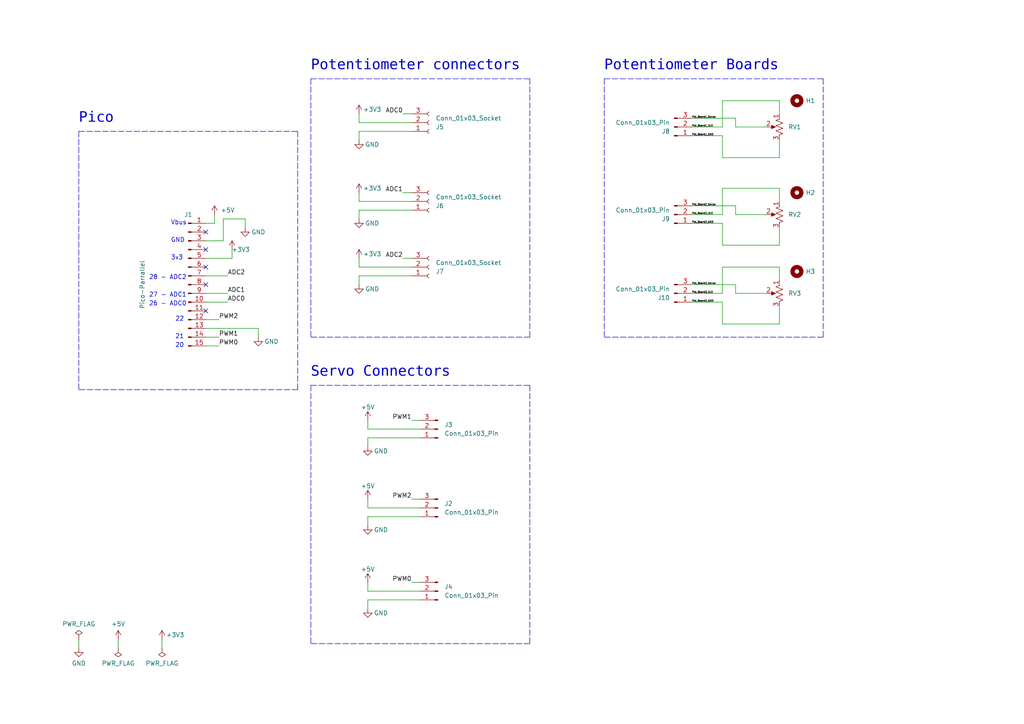
<source format=kicad_sch>
(kicad_sch (version 20230121) (generator eeschema)
  (paper "A4")
  (title_block (title "Robot Arm Pico Wing") (date "2023-12-10") (rev "v1") (company "Liam Howell"))
  (lib_symbols
    (symbol "Connector:Conn_01x03_Pin" (pin_names (offset 1.016) hide)
      (property "Reference" "J" (at 0 5.08 0))
      (property "Value" "Conn_01x03_Pin" (at 0 -5.08 0))
      (symbol "Conn_01x03_Pin_1_1"
        (polyline (pts (xy 1.27 -2.54) (xy 0.8636 -2.54)) (stroke (width 0.1524)))
        (polyline (pts (xy 1.27 0) (xy 0.8636 0)) (stroke (width 0.1524)))
        (polyline (pts (xy 1.27 2.54) (xy 0.8636 2.54)) (stroke (width 0.1524)))
        (rectangle (start 0.8636 -2.413) (end 0 -2.667) (stroke (width 0.1524)) (fill (type outline)))
        (rectangle (start 0.8636 0.127) (end 0 -0.127) (stroke (width 0.1524)) (fill (type outline)))
        (rectangle (start 0.8636 2.667) (end 0 2.413) (stroke (width 0.1524)) (fill (type outline)))
        (pin passive line (at 5.08 2.54 180) (length 3.81) (name "Pin_1") (number "1"))
        (pin passive line (at 5.08 0 180) (length 3.81) (name "Pin_2") (number "2"))
        (pin passive line (at 5.08 -2.54 180) (length 3.81) (name "Pin_3") (number "3"))
      )
    )
    (symbol "Connector:Conn_01x03_Socket" (pin_names (offset 1.016) hide)
      (property "Reference" "J" (at 0 5.08 0))
      (property "Value" "Conn_01x03_Socket" (at 0 -5.08 0))
      (symbol "Conn_01x03_Socket_1_1"
        (arc (start 0 -2.032) (mid -0.5058 -2.54) (end 0 -3.048) (stroke (width 0.1524)))
        (polyline (pts (xy -1.27 -2.54) (xy -0.508 -2.54)) (stroke (width 0.1524)))
        (polyline (pts (xy -1.27 0) (xy -0.508 0)) (stroke (width 0.1524)))
        (polyline (pts (xy -1.27 2.54) (xy -0.508 2.54)) (stroke (width 0.1524)))
        (arc (start 0 0.508) (mid -0.5058 0) (end 0 -0.508) (stroke (width 0.1524)))
        (arc (start 0 3.048) (mid -0.5058 2.54) (end 0 2.032) (stroke (width 0.1524)))
        (pin passive line (at -5.08 2.54 0) (length 3.81) (name "Pin_1") (number "1"))
        (pin passive line (at -5.08 0 0) (length 3.81) (name "Pin_2") (number "2"))
        (pin passive line (at -5.08 -2.54 0) (length 3.81) (name "Pin_3") (number "3"))
      )
    )
    (symbol "Connector:Conn_01x15_Pin" (pin_names (offset 1.016) hide)
      (property "Reference" "J" (at 0 20.32 0))
      (property "Value" "Conn_01x15_Pin" (at 0 -20.32 0))
      (symbol "Conn_01x15_Pin_1_1"
        (polyline (pts (xy 1.27 -17.78) (xy 0.8636 -17.78)) (stroke (width 0.1524)))
        (polyline (pts (xy 1.27 -15.24) (xy 0.8636 -15.24)) (stroke (width 0.1524)))
        (polyline (pts (xy 1.27 -12.7) (xy 0.8636 -12.7)) (stroke (width 0.1524)))
        (polyline (pts (xy 1.27 -10.16) (xy 0.8636 -10.16)) (stroke (width 0.1524)))
        (polyline (pts (xy 1.27 -7.62) (xy 0.8636 -7.62)) (stroke (width 0.1524)))
        (polyline (pts (xy 1.27 -5.08) (xy 0.8636 -5.08)) (stroke (width 0.1524)))
        (polyline (pts (xy 1.27 -2.54) (xy 0.8636 -2.54)) (stroke (width 0.1524)))
        (polyline (pts (xy 1.27 0) (xy 0.8636 0)) (stroke (width 0.1524)))
        (polyline (pts (xy 1.27 2.54) (xy 0.8636 2.54)) (stroke (width 0.1524)))
        (polyline (pts (xy 1.27 5.08) (xy 0.8636 5.08)) (stroke (width 0.1524)))
        (polyline (pts (xy 1.27 7.62) (xy 0.8636 7.62)) (stroke (width 0.1524)))
        (polyline (pts (xy 1.27 10.16) (xy 0.8636 10.16)) (stroke (width 0.1524)))
        (polyline (pts (xy 1.27 12.7) (xy 0.8636 12.7)) (stroke (width 0.1524)))
        (polyline (pts (xy 1.27 15.24) (xy 0.8636 15.24)) (stroke (width 0.1524)))
        (polyline (pts (xy 1.27 17.78) (xy 0.8636 17.78)) (stroke (width 0.1524)))
        (rectangle (start 0.8636 -17.653) (end 0 -17.907) (stroke (width 0.1524)) (fill (type outline)))
        (rectangle (start 0.8636 -15.113) (end 0 -15.367) (stroke (width 0.1524)) (fill (type outline)))
        (rectangle (start 0.8636 -12.573) (end 0 -12.827) (stroke (width 0.1524)) (fill (type outline)))
        (rectangle (start 0.8636 -10.033) (end 0 -10.287) (stroke (width 0.1524)) (fill (type outline)))
        (rectangle (start 0.8636 -7.493) (end 0 -7.747) (stroke (width 0.1524)) (fill (type outline)))
        (rectangle (start 0.8636 -4.953) (end 0 -5.207) (stroke (width 0.1524)) (fill (type outline)))
        (rectangle (start 0.8636 -2.413) (end 0 -2.667) (stroke (width 0.1524)) (fill (type outline)))
        (rectangle (start 0.8636 0.127) (end 0 -0.127) (stroke (width 0.1524)) (fill (type outline)))
        (rectangle (start 0.8636 2.667) (end 0 2.413) (stroke (width 0.1524)) (fill (type outline)))
        (rectangle (start 0.8636 5.207) (end 0 4.953) (stroke (width 0.1524)) (fill (type outline)))
        (rectangle (start 0.8636 7.747) (end 0 7.493) (stroke (width 0.1524)) (fill (type outline)))
        (rectangle (start 0.8636 10.287) (end 0 10.033) (stroke (width 0.1524)) (fill (type outline)))
        (rectangle (start 0.8636 12.827) (end 0 12.573) (stroke (width 0.1524)) (fill (type outline)))
        (rectangle (start 0.8636 15.367) (end 0 15.113) (stroke (width 0.1524)) (fill (type outline)))
        (rectangle (start 0.8636 17.907) (end 0 17.653) (stroke (width 0.1524)) (fill (type outline)))
        (pin passive line (at 5.08 17.78 180) (length 3.81) (name "Pin_1") (number "1"))
        (pin passive line (at 5.08 -5.08 180) (length 3.81) (name "Pin_10") (number "10"))
        (pin passive line (at 5.08 -7.62 180) (length 3.81) (name "Pin_11") (number "11"))
        (pin passive line (at 5.08 -10.16 180) (length 3.81) (name "Pin_12") (number "12"))
        (pin passive line (at 5.08 -12.7 180) (length 3.81) (name "Pin_13") (number "13"))
        (pin passive line (at 5.08 -15.24 180) (length 3.81) (name "Pin_14") (number "14"))
        (pin passive line (at 5.08 -17.78 180) (length 3.81) (name "Pin_15") (number "15"))
        (pin passive line (at 5.08 15.24 180) (length 3.81) (name "Pin_2") (number "2"))
        (pin passive line (at 5.08 12.7 180) (length 3.81) (name "Pin_3") (number "3"))
        (pin passive line (at 5.08 10.16 180) (length 3.81) (name "Pin_4") (number "4"))
        (pin passive line (at 5.08 7.62 180) (length 3.81) (name "Pin_5") (number "5"))
        (pin passive line (at 5.08 5.08 180) (length 3.81) (name "Pin_6") (number "6"))
        (pin passive line (at 5.08 2.54 180) (length 3.81) (name "Pin_7") (number "7"))
        (pin passive line (at 5.08 0 180) (length 3.81) (name "Pin_8") (number "8"))
        (pin passive line (at 5.08 -2.54 180) (length 3.81) (name "Pin_9") (number "9"))
      )
    )
    (symbol "Device:R_Potentiometer_US" (pin_names (offset 1.016) hide)
      (property "Reference" "RV" (at -4.445 0 90))
      (property "Value" "R_Potentiometer_US" (at -2.54 0 90))
      (symbol "R_Potentiometer_US_0_1"
        (polyline (pts (xy 0 -2.286) (xy 0 -2.54)))
        (polyline (pts (xy 0 2.54) (xy 0 2.286)))
        (polyline (pts (xy 2.54 0) (xy 1.524 0)))
        (polyline (pts (xy 1.143 0) (xy 2.286 0.508) (xy 2.286 -0.508) (xy 1.143 0)) (fill (type outline)))
        (polyline (pts (xy 0 -0.762) (xy 1.016 -1.143) (xy 0 -1.524) (xy -1.016 -1.905) (xy 0 -2.286)))
        (polyline (pts (xy 0 0.762) (xy 1.016 0.381) (xy 0 0) (xy -1.016 -0.381) (xy 0 -0.762)))
        (polyline (pts (xy 0 2.286) (xy 1.016 1.905) (xy 0 1.524) (xy -1.016 1.143) (xy 0 0.762)))
      )
      (symbol "R_Potentiometer_US_1_1"
        (pin passive line (at 0 3.81 270) (length 1.27) (name "1") (number "1"))
        (pin passive line (at 3.81 0 180) (length 1.27) (name "2") (number "2"))
        (pin passive line (at 0 -3.81 90) (length 1.27) (name "3") (number "3"))
      )
    )
    (symbol "Mechanical:MountingHole" (pin_names (offset 1.016))
      (property "Reference" "H" (at 0 5.08 0))
      (property "Value" "MountingHole" (at 0 3.175 0))
      (symbol "MountingHole_0_1"
        (circle (center 0 0) (radius 1.27) (stroke (width 1.27)))
      )
    )
    (symbol "power:+3V3" (power) (pin_names (offset 0))
      (property "Value" "+3V3" (at 0 3.556 0))
      (symbol "+3V3_0_1"
        (polyline (pts (xy -0.762 1.27) (xy 0 2.54)))
        (polyline (pts (xy 0 0) (xy 0 2.54)))
        (polyline (pts (xy 0 2.54) (xy 0.762 1.27)))
      )
      (symbol "+3V3_1_1"
        (pin power_in line (at 0 0 90) (length 0) hide (name "+3V3") (number "1"))
      )
    )
    (symbol "power:+5V" (power) (pin_names (offset 0))
      (property "Value" "+5V" (at 0 3.556 0))
      (symbol "+5V_0_1"
        (polyline (pts (xy -0.762 1.27) (xy 0 2.54)))
        (polyline (pts (xy 0 0) (xy 0 2.54)))
        (polyline (pts (xy 0 2.54) (xy 0.762 1.27)))
      )
      (symbol "+5V_1_1"
        (pin power_in line (at 0 0 90) (length 0) hide (name "+5V") (number "1"))
      )
    )
    (symbol "power:GND" (power) (pin_names (offset 0))
      (property "Value" "GND" (at 0 -3.81 0))
      (symbol "GND_0_1"
        (polyline (pts (xy 0 0) (xy 0 -1.27) (xy 1.27 -1.27) (xy 0 -2.54) (xy -1.27 -1.27) (xy 0 -1.27)))
      )
      (symbol "GND_1_1"
        (pin power_in line (at 0 0 270) (length 0) hide (name "GND") (number "1"))
      )
    )
    (symbol "power:PWR_FLAG" (power) (pin_numbers hide) (pin_names (offset 0) hide)
      (property "Value" "PWR_FLAG" (at 0 3.81 0))
      (symbol "PWR_FLAG_0_0"
        (pin power_out line (at 0 0 90) (length 0) (name "pwr") (number "1"))
      )
      (symbol "PWR_FLAG_0_1"
        (polyline (pts (xy 0 0) (xy 0 1.27) (xy -1.016 1.905) (xy 0 2.54) (xy 1.016 1.905) (xy 0 1.27)))
      )
    )
  )
  (no_connect (at 59.69 77.47))
  (no_connect (at 59.69 67.31))
  (no_connect (at 59.69 82.55))
  (no_connect (at 59.69 90.17))
  (no_connect (at 59.69 72.39))
  (polyline (pts (xy 153.67 22.86) (xy 153.67 97.79)) (stroke (width 0) (type dash)))
  (wire (pts (xy 209.55 71.12) (xy 226.06 71.12)))
  (wire (pts (xy 106.68 173.99) (xy 121.92 173.99)))
  (wire (pts (xy 59.69 74.93) (xy 67.31 74.93)))
  (wire (pts (xy 106.68 127) (xy 106.68 129.54)))
  (wire (pts (xy 209.55 77.47) (xy 209.55 85.09)))
  (wire (pts (xy 34.29 185.42) (xy 34.29 187.96)))
  (wire (pts (xy 104.14 58.42) (xy 119.38 58.42)))
  (polyline (pts (xy 90.17 22.86) (xy 153.67 22.86)) (stroke (width 0) (type dash)))
  (wire (pts (xy 106.68 121.92) (xy 106.68 124.46)))
  (wire (pts (xy 116.84 55.88) (xy 119.38 55.88)))
  (wire (pts (xy 209.55 64.77) (xy 209.55 71.12)))
  (wire (pts (xy 104.14 55.88) (xy 104.14 58.42)))
  (wire (pts (xy 59.69 87.63) (xy 66.04 87.63)))
  (wire (pts (xy 74.93 95.25) (xy 74.93 97.79)))
  (wire (pts (xy 106.68 168.91) (xy 106.68 171.45)))
  (wire (pts (xy 213.36 34.29) (xy 200.66 34.29)))
  (wire (pts (xy 119.38 144.78) (xy 121.92 144.78)))
  (wire (pts (xy 209.55 39.37) (xy 209.55 45.72)))
  (polyline (pts (xy 153.67 97.79) (xy 90.17 97.79)) (stroke (width 0) (type dash)))
  (wire (pts (xy 226.06 33.02) (xy 226.06 29.21)))
  (wire (pts (xy 226.06 77.47) (xy 209.55 77.47)))
  (wire (pts (xy 226.06 93.98) (xy 226.06 88.9)))
  (wire (pts (xy 106.68 124.46) (xy 121.92 124.46)))
  (wire (pts (xy 200.66 39.37) (xy 209.55 39.37)))
  (polyline (pts (xy 22.86 38.1) (xy 86.36 38.1)) (stroke (width 0) (type dash)))
  (polyline (pts (xy 86.36 113.03) (xy 22.86 113.03)) (stroke (width 0) (type dash)))
  (wire (pts (xy 119.38 168.91) (xy 121.92 168.91)))
  (wire (pts (xy 209.55 45.72) (xy 226.06 45.72)))
  (polyline (pts (xy 153.67 186.69) (xy 90.17 186.69)) (stroke (width 0) (type dash)))
  (wire (pts (xy 222.25 85.09) (xy 213.36 85.09)))
  (polyline (pts (xy 90.17 111.76) (xy 90.17 186.69)) (stroke (width 0) (type dash)))
  (wire (pts (xy 104.14 80.01) (xy 104.14 82.55)))
  (wire (pts (xy 46.99 185.42) (xy 46.99 187.96)))
  (wire (pts (xy 59.69 92.71) (xy 63.5 92.71)))
  (wire (pts (xy 226.06 71.12) (xy 226.06 66.04)))
  (polyline (pts (xy 175.26 22.86) (xy 238.76 22.86)) (stroke (width 0) (type dash)))
  (wire (pts (xy 106.68 171.45) (xy 121.92 171.45)))
  (polyline (pts (xy 238.76 22.86) (xy 238.76 97.79)) (stroke (width 0) (type dash)))
  (wire (pts (xy 104.14 80.01) (xy 119.38 80.01)))
  (wire (pts (xy 59.69 80.01) (xy 66.04 80.01)))
  (wire (pts (xy 222.25 36.83) (xy 213.36 36.83)))
  (wire (pts (xy 106.68 173.99) (xy 106.68 176.53)))
  (wire (pts (xy 226.06 81.28) (xy 226.06 77.47)))
  (wire (pts (xy 226.06 54.61) (xy 209.55 54.61)))
  (wire (pts (xy 59.69 97.79) (xy 63.5 97.79)))
  (wire (pts (xy 116.84 33.02) (xy 119.38 33.02)))
  (wire (pts (xy 104.14 38.1) (xy 104.14 40.64)))
  (wire (pts (xy 59.69 69.85) (xy 64.77 69.85)))
  (polyline (pts (xy 90.17 22.86) (xy 90.17 97.79)) (stroke (width 0) (type dash)))
  (wire (pts (xy 62.23 64.77) (xy 62.23 62.23)))
  (wire (pts (xy 106.68 149.86) (xy 106.68 152.4)))
  (wire (pts (xy 59.69 95.25) (xy 74.93 95.25)))
  (wire (pts (xy 104.14 77.47) (xy 119.38 77.47)))
  (wire (pts (xy 104.14 38.1) (xy 119.38 38.1)))
  (wire (pts (xy 209.55 93.98) (xy 226.06 93.98)))
  (wire (pts (xy 22.86 185.42) (xy 22.86 187.96)))
  (wire (pts (xy 209.55 87.63) (xy 209.55 93.98)))
  (polyline (pts (xy 175.26 22.86) (xy 175.26 97.79)) (stroke (width 0) (type dash)))
  (wire (pts (xy 67.31 74.93) (xy 67.31 72.39)))
  (wire (pts (xy 200.66 87.63) (xy 209.55 87.63)))
  (wire (pts (xy 59.69 100.33) (xy 63.5 100.33)))
  (wire (pts (xy 209.55 36.83) (xy 200.66 36.83)))
  (wire (pts (xy 104.14 74.93) (xy 104.14 77.47)))
  (wire (pts (xy 213.36 85.09) (xy 213.36 82.55)))
  (wire (pts (xy 209.55 29.21) (xy 209.55 36.83)))
  (wire (pts (xy 200.66 64.77) (xy 209.55 64.77)))
  (polyline (pts (xy 153.67 111.76) (xy 153.67 186.69)) (stroke (width 0) (type dash)))
  (wire (pts (xy 104.14 33.02) (xy 104.14 35.56)))
  (wire (pts (xy 106.68 149.86) (xy 121.92 149.86)))
  (polyline (pts (xy 238.76 97.79) (xy 175.26 97.79)) (stroke (width 0) (type dash)))
  (wire (pts (xy 106.68 127) (xy 121.92 127)))
  (polyline (pts (xy 90.17 111.76) (xy 153.67 111.76)) (stroke (width 0) (type dash)))
  (wire (pts (xy 71.12 66.04) (xy 71.12 63.5)))
  (wire (pts (xy 106.68 144.78) (xy 106.68 147.32)))
  (wire (pts (xy 209.55 54.61) (xy 209.55 62.23)))
  (wire (pts (xy 104.14 35.56) (xy 119.38 35.56)))
  (polyline (pts (xy 86.36 38.1) (xy 86.36 113.03)) (stroke (width 0) (type dash)))
  (wire (pts (xy 222.25 62.23) (xy 213.36 62.23)))
  (wire (pts (xy 226.06 45.72) (xy 226.06 40.64)))
  (wire (pts (xy 119.38 121.92) (xy 121.92 121.92)))
  (wire (pts (xy 209.55 85.09) (xy 200.66 85.09)))
  (wire (pts (xy 59.69 85.09) (xy 66.04 85.09)))
  (wire (pts (xy 71.12 63.5) (xy 64.77 63.5)))
  (wire (pts (xy 59.69 64.77) (xy 62.23 64.77)))
  (wire (pts (xy 106.68 147.32) (xy 121.92 147.32)))
  (wire (pts (xy 213.36 82.55) (xy 200.66 82.55)))
  (wire (pts (xy 104.14 60.96) (xy 104.14 63.5)))
  (wire (pts (xy 64.77 63.5) (xy 64.77 69.85)))
  (wire (pts (xy 209.55 62.23) (xy 200.66 62.23)))
  (polyline (pts (xy 22.86 38.1) (xy 22.86 113.03)) (stroke (width 0) (type dash)))
  (wire (pts (xy 213.36 62.23) (xy 213.36 59.69)))
  (wire (pts (xy 226.06 58.42) (xy 226.06 54.61)))
  (wire (pts (xy 213.36 36.83) (xy 213.36 34.29)))
  (wire (pts (xy 104.14 60.96) (xy 119.38 60.96)))
  (wire (pts (xy 116.84 74.93) (xy 119.38 74.93)))
  (wire (pts (xy 226.06 29.21) (xy 209.55 29.21)))
  (wire (pts (xy 213.36 59.69) (xy 200.66 59.69)))
  (text "27 - ADC1" (at 43.18 86.36 0) (effects (font (size 1.27 1.27)) (justify left bottom)))
  (text "Potentiometer connectors" (at 90.17 21.59 0) (effects (font (size 3 3)) (justify left bottom)))
  (text "Vbus" (at 49.53 65.405 0) (effects (font (size 1.27 1.27)) (justify left bottom)))
  (text "20" (at 50.8 100.965 0) (effects (font (size 1.27 1.27)) (justify left bottom)))
  (text "22" (at 50.8 93.345 0) (effects (font (size 1.27 1.27)) (justify left bottom)))
  (text "GND" (at 49.53 70.485 0) (effects (font (size 1.27 1.27)) (justify left bottom)))
  (text "Pico" (at 22.86 36.83 0) (effects (font (size 3 3)) (justify left bottom)))
  (text "Potentiometer Boards" (at 175.26 21.59 0) (effects (font (size 3 3)) (justify left bottom)))
  (text "Servo Connectors" (at 90.17 110.49 0) (effects (font (size 3 3)) (justify left bottom)))
  (text "26 - ADC0" (at 43.18 88.9 0) (effects (font (size 1.27 1.27)) (justify left bottom)))
  (text "28 - ADC2" (at 43.18 81.28 0) (effects (font (size 1.27 1.27)) (justify left bottom)))
  (text "3v3" (at 49.53 75.565 0) (effects (font (size 1.27 1.27)) (justify left bottom)))
  (text "21" (at 50.8 98.425 0) (effects (font (size 1.27 1.27)) (justify left bottom)))
  (label "PWM1" (at 119.38 121.92 180))
  (label "ADC1" (at 116.84 55.88 180))
  (label "ADC2" (at 116.84 74.93 180))
  (label "Pot_Board2_3v3" (at 200.66 62.23 0) (effects (font (size 0.5 0.5))))
  (label "Pot_Board1_GND" (at 200.66 39.37 0) (effects (font (size 0.5 0.5))))
  (label "PWM1" (at 63.5 97.79 0))
  (label "PWM0" (at 63.5 100.33 0))
  (label "Pot_Board3_3v3" (at 200.66 85.09 0) (effects (font (size 0.5 0.5))))
  (label "ADC0" (at 116.84 33.02 180))
  (label "Pot_Board2_GND" (at 200.66 64.77 0) (effects (font (size 0.5 0.5))))
  (label "ADC1" (at 66.04 85.09 0))
  (label "Pot_Board2_Sense" (at 200.66 59.69 0) (effects (font (size 0.5 0.5))))
  (label "Pot_Board1_Sense" (at 200.66 34.29 0) (effects (font (size 0.5 0.5))))
  (label "Pot_Board1_3v3" (at 200.66 36.83 0) (effects (font (size 0.5 0.5))))
  (label "ADC2" (at 66.04 80.01 0))
  (label "Pot_Board3_GND" (at 200.66 87.63 0) (effects (font (size 0.5 0.5))))
  (label "Pot_Board3_Sense" (at 200.66 82.55 0) (effects (font (size 0.5 0.5))))
  (label "PWM0" (at 119.38 168.91 180))
  (label "PWM2" (at 63.5 92.71 0))
  (label "ADC0" (at 66.04 87.63 0))
  (label "PWM2" (at 119.38 144.78 180))
  (symbol (lib_id "Device:R_Potentiometer_US") (at 226.06 85.09 0) (mirror y) (unit 1)
    (property "Reference" "RV3" (at 228.6 85.09 0) (effects (justify right)))
    (property "Value" "R_Potentiometer_US" (effects hide))
    (property "Footprint" "Footprints-General:Potentiometer-Multi" (effects hide))
  )
  (symbol (lib_id "Connector:Conn_01x03_Pin") (at 127 124.46 180) (unit 1)
    (property "Reference" "J3" (at 128.905 123.19 0) (effects (justify right)))
    (property "Value" "Conn_01x03_Pin" (at 128.905 125.73 0) (effects (justify right)))
    (property "Footprint" "Connector_PinSocket_2.54mm:PinSocket_1x03_P2.54mm_Vertical" (effects hide))
  )
  (symbol (lib_id "Connector:Conn_01x03_Socket") (at 124.46 58.42 0) (mirror x) (unit 1)
    (property "Reference" "J6" (at 126.365 59.69 0) (effects (justify left)))
    (property "Value" "Conn_01x03_Socket" (at 126.365 57.15 0) (effects (justify left)))
    (property "Footprint" "Connector_PinSocket_2.54mm:PinSocket_1x03_P2.54mm_Vertical" (effects hide))
  )
  (symbol (lib_id "Connector:Conn_01x03_Pin") (at 127 147.32 180) (unit 1)
    (property "Reference" "J2" (at 128.905 146.05 0) (effects (justify right)))
    (property "Value" "Conn_01x03_Pin" (at 128.905 148.59 0) (effects (justify right)))
    (property "Footprint" "Connector_PinSocket_2.54mm:PinSocket_1x03_P2.54mm_Vertical" (effects hide))
  )
  (symbol (lib_id "power:+3V3") (at 104.14 74.93 0) (unit 1)
    (property "Reference" "#PWR021" (effects hide))
    (property "Value" "+3V3" (at 107.95 73.66 0))
  )
  (symbol (lib_id "power:PWR_FLAG") (at 34.29 187.96 180) (unit 1)
    (property "Reference" "#FLG02" (effects hide))
    (property "Value" "PWR_FLAG" (at 34.29 192.405 0))
  )
  (symbol (lib_id "Connector:Conn_01x03_Pin") (at 195.58 62.23 0) (mirror x) (unit 1)
    (property "Reference" "J9" (at 194.31 63.5 0) (effects (justify right)))
    (property "Value" "Conn_01x03_Pin" (at 194.31 60.96 0) (effects (justify right)))
    (property "Footprint" "Connector_PinHeader_2.54mm:PinHeader_1x03_P2.54mm_Horizontal" (effects hide))
  )
  (symbol (lib_id "power:GND") (at 106.68 152.4 0) (unit 1)
    (property "Reference" "#PWR011" (effects hide))
    (property "Value" "GND" (at 110.49 153.67 0))
  )
  (symbol (lib_id "power:GND") (at 71.12 66.04 0) (unit 1)
    (property "Reference" "#PWR01" (effects hide))
    (property "Value" "GND" (at 74.93 67.31 0))
  )
  (symbol (lib_id "Connector:Conn_01x15_Pin") (at 54.61 82.55 0) (unit 1)
    (property "Reference" "J1" (at 54.61 62.23 0))
    (property "Value" "Pico-Parrallel" (at 41.275 82.55 90))
    (property "Footprint" "Connector_PinSocket_2.54mm:PinSocket_1x15_P2.54mm_Vertical" (effects hide))
  )
  (symbol (lib_id "Mechanical:MountingHole") (at 231.14 78.74 0) (unit 1)
    (property "Reference" "H3" (at 233.68 78.74 0) (effects (justify left)))
    (property "Value" "MountingHole" (effects hide))
    (property "Footprint" "MountingHole:MountingHole_3.2mm_M3" (effects hide))
  )
  (symbol (lib_id "power:+5V") (at 62.23 62.23 0) (unit 1)
    (property "Reference" "#PWR03" (effects hide))
    (property "Value" "+5V" (at 66.04 60.96 0))
  )
  (symbol (lib_id "power:+5V") (at 106.68 144.78 0) (unit 1)
    (property "Reference" "#PWR04" (effects hide))
    (property "Value" "+5V" (at 106.68 140.97 0))
  )
  (symbol (lib_id "Connector:Conn_01x03_Pin") (at 127 171.45 180) (unit 1)
    (property "Reference" "J4" (at 128.905 170.18 0) (effects (justify right)))
    (property "Value" "Conn_01x03_Pin" (at 128.905 172.72 0) (effects (justify right)))
    (property "Footprint" "Connector_PinSocket_2.54mm:PinSocket_1x03_P2.54mm_Vertical" (effects hide))
  )
  (symbol (lib_id "power:GND") (at 22.86 187.96 0) (unit 1)
    (property "Reference" "#PWR09" (effects hide))
    (property "Value" "GND" (at 22.86 192.405 0))
  )
  (symbol (lib_id "power:GND") (at 106.68 129.54 0) (unit 1)
    (property "Reference" "#PWR014" (effects hide))
    (property "Value" "GND" (at 110.49 130.81 0))
  )
  (symbol (lib_id "Connector:Conn_01x03_Pin") (at 195.58 85.09 0) (mirror x) (unit 1)
    (property "Reference" "J10" (at 194.31 86.36 0) (effects (justify right)))
    (property "Value" "Conn_01x03_Pin" (at 194.31 83.82 0) (effects (justify right)))
    (property "Footprint" "Connector_PinHeader_2.54mm:PinHeader_1x03_P2.54mm_Horizontal" (effects hide))
  )
  (symbol (lib_id "Device:R_Potentiometer_US") (at 226.06 62.23 0) (mirror y) (unit 1)
    (property "Reference" "RV2" (at 228.6 62.23 0) (effects (justify right)))
    (property "Value" "R_Potentiometer_US" (effects hide))
    (property "Footprint" "Footprints-General:Potentiometer-Multi" (effects hide))
  )
  (symbol (lib_id "power:PWR_FLAG") (at 22.86 185.42 0) (unit 1)
    (property "Reference" "#FLG01" (effects hide))
    (property "Value" "PWR_FLAG" (at 22.86 180.975 0))
  )
  (symbol (lib_id "power:+3V3") (at 46.99 185.42 0) (unit 1)
    (property "Reference" "#PWR010" (effects hide))
    (property "Value" "+3V3" (at 50.8 184.15 0))
  )
  (symbol (lib_id "power:GND") (at 74.93 97.79 0) (unit 1)
    (property "Reference" "#PWR012" (effects hide))
    (property "Value" "GND" (at 78.74 99.06 0))
  )
  (symbol (lib_id "power:+3V3") (at 104.14 33.02 0) (unit 1)
    (property "Reference" "#PWR06" (effects hide))
    (property "Value" "+3V3" (at 107.95 31.75 0))
  )
  (symbol (lib_id "Device:R_Potentiometer_US") (at 226.06 36.83 0) (mirror y) (unit 1)
    (property "Reference" "RV1" (at 228.6 36.83 0) (effects (justify right)))
    (property "Value" "R_Potentiometer_US" (effects hide))
    (property "Footprint" "Footprints-General:Potentiometer-Multi" (effects hide))
  )
  (symbol (lib_id "power:PWR_FLAG") (at 46.99 187.96 180) (unit 1)
    (property "Reference" "#FLG03" (effects hide))
    (property "Value" "PWR_FLAG" (at 46.99 192.405 0))
  )
  (symbol (lib_id "Connector:Conn_01x03_Socket") (at 124.46 77.47 0) (mirror x) (unit 1)
    (property "Reference" "J7" (at 126.365 78.74 0) (effects (justify left)))
    (property "Value" "Conn_01x03_Socket" (at 126.365 76.2 0) (effects (justify left)))
    (property "Footprint" "Connector_PinSocket_2.54mm:PinSocket_1x03_P2.54mm_Vertical" (effects hide))
  )
  (symbol (lib_id "Connector:Conn_01x03_Socket") (at 124.46 35.56 0) (mirror x) (unit 1)
    (property "Reference" "J5" (at 126.365 36.83 0) (effects (justify left)))
    (property "Value" "Conn_01x03_Socket" (at 126.365 34.29 0) (effects (justify left)))
    (property "Footprint" "Connector_PinSocket_2.54mm:PinSocket_1x03_P2.54mm_Vertical" (effects hide))
  )
  (symbol (lib_id "power:GND") (at 106.68 176.53 0) (unit 1)
    (property "Reference" "#PWR016" (effects hide))
    (property "Value" "GND" (at 110.49 177.8 0))
  )
  (symbol (lib_id "Mechanical:MountingHole") (at 231.14 29.21 0) (unit 1)
    (property "Reference" "H1" (at 233.68 29.21 0) (effects (justify left)))
    (property "Value" "MountingHole" (effects hide))
    (property "Footprint" "MountingHole:MountingHole_3.2mm_M3" (effects hide))
  )
  (symbol (lib_id "power:+3V3") (at 104.14 55.88 0) (unit 1)
    (property "Reference" "#PWR019" (effects hide))
    (property "Value" "+3V3" (at 107.95 54.61 0))
  )
  (symbol (lib_id "power:+3V3") (at 67.31 72.39 0) (unit 1)
    (property "Reference" "#PWR02" (effects hide))
    (property "Value" "+3V3" (at 69.85 72.39 0))
  )
  (symbol (lib_id "Connector:Conn_01x03_Pin") (at 195.58 36.83 0) (mirror x) (unit 1)
    (property "Reference" "J8" (at 194.31 38.1 0) (effects (justify right)))
    (property "Value" "Conn_01x03_Pin" (at 194.31 35.56 0) (effects (justify right)))
    (property "Footprint" "Connector_PinHeader_2.54mm:PinHeader_1x03_P2.54mm_Horizontal" (effects hide))
  )
  (symbol (lib_id "power:GND") (at 104.14 63.5 0) (unit 1)
    (property "Reference" "#PWR020" (effects hide))
    (property "Value" "GND" (at 107.95 64.77 0))
  )
  (symbol (lib_id "power:GND") (at 104.14 40.64 0) (unit 1)
    (property "Reference" "#PWR08" (effects hide))
    (property "Value" "GND" (at 107.95 41.91 0))
  )
  (symbol (lib_id "power:GND") (at 104.14 82.55 0) (unit 1)
    (property "Reference" "#PWR022" (effects hide))
    (property "Value" "GND" (at 107.95 83.82 0))
  )
  (symbol (lib_id "Mechanical:MountingHole") (at 231.14 55.88 0) (unit 1)
    (property "Reference" "H2" (at 233.68 55.88 0) (effects (justify left)))
    (property "Value" "MountingHole" (effects hide))
    (property "Footprint" "MountingHole:MountingHole_3.2mm_M3" (effects hide))
  )
  (symbol (lib_id "power:+5V") (at 34.29 185.42 0) (unit 1)
    (property "Reference" "#PWR07" (effects hide))
    (property "Value" "+5V" (at 34.29 180.975 0))
  )
  (symbol (lib_id "power:+5V") (at 106.68 168.91 0) (unit 1)
    (property "Reference" "#PWR015" (effects hide))
    (property "Value" "+5V" (at 106.68 165.1 0))
  )
  (symbol (lib_id "power:+5V") (at 106.68 121.92 0) (unit 1)
    (property "Reference" "#PWR05" (effects hide))
    (property "Value" "+5V" (at 106.68 118.11 0))
  )
)
</source>
